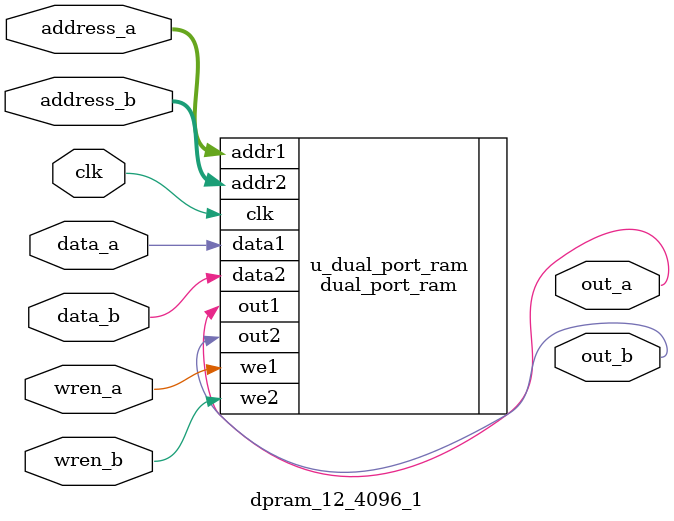
<source format=v>
module branchpredict_32_4096_12_1 ( clk, resetn,
    predict,
    prediction,
    pc_predict,
    result_rdy,
    result,
    pc_result);
parameter PCWIDTH=32;
parameter TABLEDEPTH=4096;
parameter LOG2TABLEDEPTH=12;
parameter TABLEWIDTH=1;

input clk;
input resetn;

// Prediction Port
input predict;                  // When high tells predictor to predict in next cycle
input [PCWIDTH-1:0] pc_predict; // The PC value for which to predict 
output prediction;              // The actual prediction 1-taken, 0-nottaken

// Prediction Result Port - tells us if the prediction made at pc_result was taken
input result_rdy;               // The branch has been resolved when result_rdy goes hi
input [PCWIDTH-1:0] pc_result;  // The PC value that this result is for
input result;                   // The actual result 1-taken, 0-nottaken

wire [LOG2TABLEDEPTH-1:0] address_b;

assign address_b=pc_predict[LOG2TABLEDEPTH+2-1:2];

`ifndef USE_INHOUSE_LOGIC
    `define USE_INHOUSE_LOGIC
`endif

`ifdef USE_INHOUSE_LOGIC
    dpram_12_4096_1 pred_table(
	.clk(clk),
	.address_a(pc_result[LOG2TABLEDEPTH+2-1:2]),
	.address_b(address_b),
	.wren_a(result_rdy),
	.wren_b(0),
	.data_a(result),
	.data_b(0),
	.out_a(),
	.out_b(prediction)
    );
//    defparam
//        reg_file1.AWIDTH=LOG2TABLEDEPTH,
//        reg_file1.NUM_WORDS=TABLEDEPTH,
//        reg_file1.DWIDTH=TABLEWIDTH;

`else

	altsyncram	pred_table(
				.clock0 (clk),
				.wren_a (result_rdy),
				.address_a (pc_result[LOG2TABLEDEPTH+2-1:2]),
				.data_a (result),
				.address_b (address_b),
        .clock1 (clk),
        .clocken1 (predict),
				.q_b (prediction)
        // synopsys translate_off
        ,
        .aclr0 (1'b0),
        .aclr1 (1'b0),
        .byteena_a (1'b1),
        .byteena_b (1'b1),
        .data_b (32'b11111111),
        .wren_b (1'b0),
        .rden_b(1'b1),
        .q_a (),
        .clocken0 (1'b1),
        .addressstall_a (1'b0),
        .addressstall_b (1'b0)
        // synopsys translate_on
    );
	defparam
		pred_table.operation_mode = "DUAL_PORT",
		pred_table.width_a = TABLEWIDTH,
		pred_table.widthad_a = LOG2TABLEDEPTH,
		pred_table.numwords_a = TABLEDEPTH,
		pred_table.width_b = TABLEWIDTH,
		pred_table.widthad_b = LOG2TABLEDEPTH,
		pred_table.numwords_b = TABLEDEPTH,
		pred_table.lpm_type = "altsyncram",
		pred_table.width_byteena_a = 1,
		pred_table.outdata_reg_b = "UNREGISTERED",
		pred_table.indata_aclr_a = "NONE",
		pred_table.wrcontrol_aclr_a = "NONE",
		pred_table.address_aclr_a = "NONE",
		pred_table.rdcontrol_reg_b = "CLOCK1",
		pred_table.address_reg_b = "CLOCK1",
		pred_table.address_aclr_b = "NONE",
		pred_table.outdata_aclr_b = "NONE",
		pred_table.read_during_write_mode_mixed_ports = "OLD_DATA",
		pred_table.ram_block_type = "AUTO",
		pred_table.intended_device_family = "Stratix";

`endif
endmodulemodule dpram_12_4096_1 (
	clk,
	address_a,
	address_b,
	wren_a,
	wren_b,
	data_a,
	data_b,
	out_a,
	out_b
);

parameter AWIDTH = 12;
parameter NUM_WORDS = 4096;
parameter DWIDTH = 1;

input clk;
input [(AWIDTH-1):0] address_a;
input [(AWIDTH-1):0] address_b;
input  wren_a;
input  wren_b;
input [(DWIDTH-1):0] data_a;
input [(DWIDTH-1):0] data_b;
output reg [(DWIDTH-1):0] out_a;
output reg [(DWIDTH-1):0] out_b;

`ifdef SIMULATION_MEMORY

reg [DWIDTH-1:0] ram[NUM_WORDS-1:0];

always @ (posedge clk) begin 
  if (wren_a) begin
      ram[address_a] <= data_a;
  end
  else begin
      out_a <= ram[address_a];
  end
end
  
always @ (posedge clk) begin 
  if (wren_b) begin
      ram[address_b] <= data_b;
  end 
  else begin
      out_b <= ram[address_b];
  end
end

`else

dual_port_ram u_dual_port_ram(
.addr1(address_a),
.we1(wren_a),
.data1(data_a),
.out1(out_a),
.addr2(address_b),
.we2(wren_b),
.data2(data_b),
.out2(out_b),
.clk(clk)
);

`endif

endmodule
</source>
